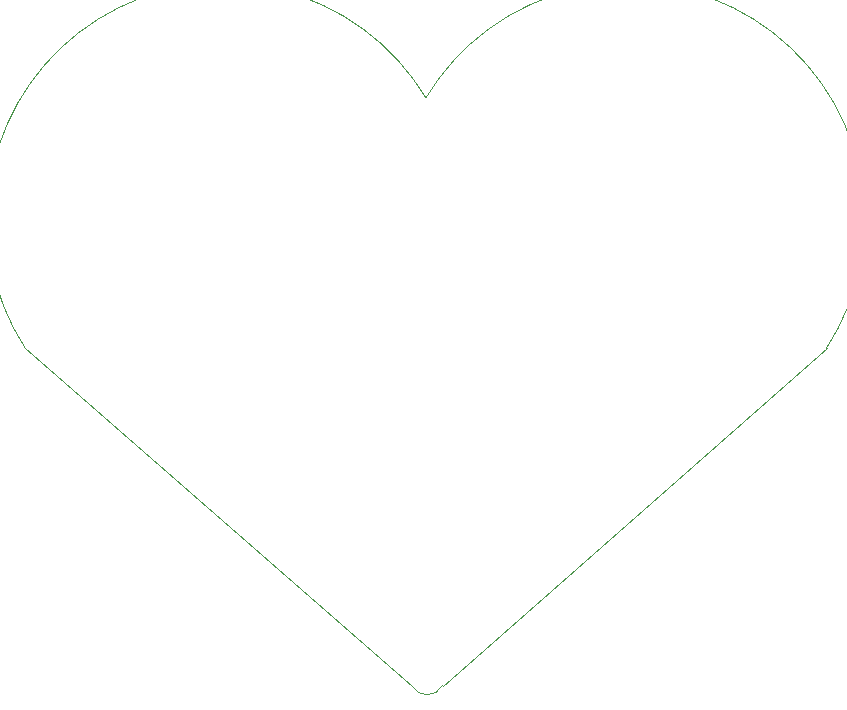
<source format=gko>
G04 Layer_Color=16720538*
%FSLAX24Y24*%
%MOIN*%
G70*
G01*
G75*
%ADD31C,0.0039*%
D31*
X27538Y19294D02*
G03*
X28567Y19300I513J293D01*
G01*
X41366Y30551D02*
G03*
X28012Y38894I-6602J4291D01*
G01*
D02*
G03*
X14658Y30551I-6752J-4051D01*
G01*
X28567Y19300D02*
X41366Y30551D01*
X14658D02*
X27538Y19294D01*
M02*

</source>
